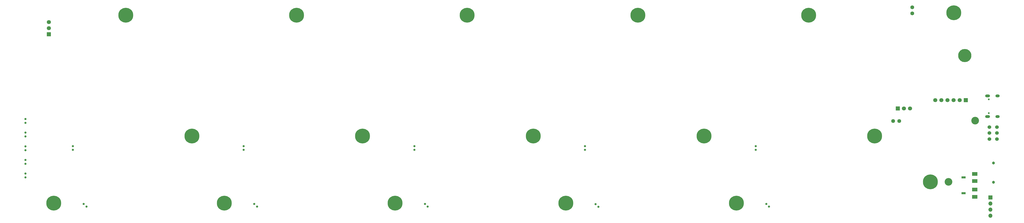
<source format=gbr>
%TF.GenerationSoftware,KiCad,Pcbnew,9.0.2*%
%TF.CreationDate,2025-07-03T01:21:56+02:00*%
%TF.ProjectId,Satisfactron_2025,53617469-7366-4616-9374-726f6e5f3230,rev?*%
%TF.SameCoordinates,Original*%
%TF.FileFunction,Soldermask,Bot*%
%TF.FilePolarity,Negative*%
%FSLAX46Y46*%
G04 Gerber Fmt 4.6, Leading zero omitted, Abs format (unit mm)*
G04 Created by KiCad (PCBNEW 9.0.2) date 2025-07-03 01:21:56*
%MOMM*%
%LPD*%
G01*
G04 APERTURE LIST*
%ADD10C,6.200000*%
%ADD11R,1.700000X1.700000*%
%ADD12C,1.700000*%
%ADD13C,0.900025*%
%ADD14C,3.200000*%
%ADD15C,1.200000*%
%ADD16C,5.500000*%
%ADD17O,1.700000X1.700000*%
%ADD18C,0.750013*%
%ADD19O,2.000000X1.200000*%
%ADD20O,1.800000X1.200000*%
%ADD21C,1.524003*%
%ADD22R,2.200000X1.600000*%
%ADD23R,1.800000X0.900000*%
%ADD24C,1.600000*%
G04 APERTURE END LIST*
D10*
%TO.C,H1*%
X373422872Y162498290D03*
%TD*%
%TO.C,H15*%
X242030512Y161485786D03*
%TD*%
D11*
%TO.C,J12*%
X-3000000Y153500000D03*
D12*
X-3000000Y156040000D03*
X-3000000Y158579999D03*
%TD*%
D10*
%TO.C,H9*%
X70020512Y82985786D03*
%TD*%
D13*
%TO.C,SW18*%
X-12714999Y106699950D03*
X-12714999Y105099746D03*
%TD*%
D14*
%TO.C,REF\u002A\u002A*%
X371202872Y91898290D03*
%TD*%
D13*
%TO.C,SW16*%
X-12714999Y118099798D03*
X-12714999Y116499594D03*
%TD*%
D15*
%TO.C,J3*%
X389926353Y91698330D03*
X389926353Y99698330D03*
%TD*%
D10*
%TO.C,H17*%
X269530512Y110985786D03*
%TD*%
%TO.C,H13*%
X171020512Y161485786D03*
%TD*%
D13*
%TO.C,SW20*%
X-12714999Y95300102D03*
X-12714999Y93699898D03*
%TD*%
D14*
%TO.C,REF\u002A\u002A*%
X382302872Y117398290D03*
%TD*%
D10*
%TO.C,H5*%
X56520512Y110985786D03*
%TD*%
D11*
%TO.C,J6*%
X378422872Y126000000D03*
D12*
X375882872Y126000000D03*
X373342873Y126000000D03*
X370802872Y126000000D03*
X368262872Y126000000D03*
X365722872Y126000000D03*
%TD*%
D16*
%TO.C,U3*%
X378024360Y144598290D03*
%TD*%
D13*
%TO.C,SW15*%
X7002872Y106798290D03*
X7002872Y105198086D03*
%TD*%
D11*
%TO.C,J5*%
X388688853Y85358305D03*
D17*
X388688853Y82818305D03*
X388688853Y80278305D03*
X388688853Y77738305D03*
%TD*%
D18*
%TO.C,J1*%
X387972233Y120548368D03*
X387972233Y126348216D03*
D19*
X387472106Y119123171D03*
X387472106Y127773413D03*
D20*
X391651938Y127773413D03*
X391651938Y119123171D03*
%TD*%
D10*
%TO.C,H3*%
X363722872Y91898290D03*
%TD*%
%TO.C,H14*%
X283030512Y82985786D03*
%TD*%
%TO.C,H12*%
X141020512Y82985786D03*
%TD*%
%TO.C,H18*%
X340530512Y110985786D03*
%TD*%
D13*
%TO.C,SW12*%
X220037873Y106798392D03*
X220037873Y105198188D03*
%TD*%
D10*
%TO.C,H16*%
X212030512Y82985786D03*
%TD*%
D13*
%TO.C,SW11*%
X291037873Y106798392D03*
X291037873Y105198188D03*
%TD*%
D10*
%TO.C,H6*%
X-969488Y82985786D03*
%TD*%
D13*
%TO.C,SW10*%
X295471357Y82629805D03*
X296602872Y81498290D03*
%TD*%
%TO.C,SW14*%
X78002872Y106798494D03*
X78002872Y105198290D03*
%TD*%
D10*
%TO.C,H8*%
X100020512Y161485786D03*
%TD*%
D13*
%TO.C,SW17*%
X-12714999Y112399874D03*
X-12714999Y110799670D03*
%TD*%
D10*
%TO.C,H10*%
X127520512Y110985786D03*
%TD*%
D13*
%TO.C,SW13*%
X149037873Y106798392D03*
X149037873Y105198188D03*
%TD*%
D21*
%TO.C,SW1*%
X388226404Y109748305D03*
X388226404Y112248432D03*
X388226404Y114748305D03*
X391426302Y109748305D03*
X391426302Y112248432D03*
X391426302Y114748305D03*
%TD*%
D10*
%TO.C,H11*%
X198520512Y110985786D03*
%TD*%
D13*
%TO.C,SW9*%
X224451824Y82578757D03*
X225583339Y81447242D03*
%TD*%
D10*
%TO.C,H19*%
X313030512Y161485786D03*
%TD*%
D13*
%TO.C,SW4*%
X82471357Y82629805D03*
X83602872Y81498290D03*
%TD*%
%TO.C,SW19*%
X-12714999Y101000026D03*
X-12714999Y99399822D03*
%TD*%
D10*
%TO.C,H7*%
X29030512Y161485786D03*
%TD*%
D13*
%TO.C,SW3*%
X11502872Y82636394D03*
X12634387Y81504879D03*
%TD*%
%TO.C,SW8*%
X153471357Y82629805D03*
X154602872Y81498290D03*
%TD*%
D11*
%TO.C,J11*%
X350162872Y122498290D03*
D12*
X352702872Y122498290D03*
X355242871Y122498290D03*
%TD*%
D22*
%TO.C,J2*%
X382175858Y88598317D03*
X382175858Y85598317D03*
D23*
X377476848Y87115462D03*
%TD*%
D24*
%TO.C,C11*%
X356202872Y162248291D03*
X356202872Y164748291D03*
%TD*%
%TO.C,C22*%
X350749999Y117250000D03*
X348249999Y117250000D03*
%TD*%
D22*
%TO.C,J4*%
X382195858Y95198317D03*
X382195858Y92198317D03*
D23*
X377496848Y93715462D03*
%TD*%
M02*

</source>
